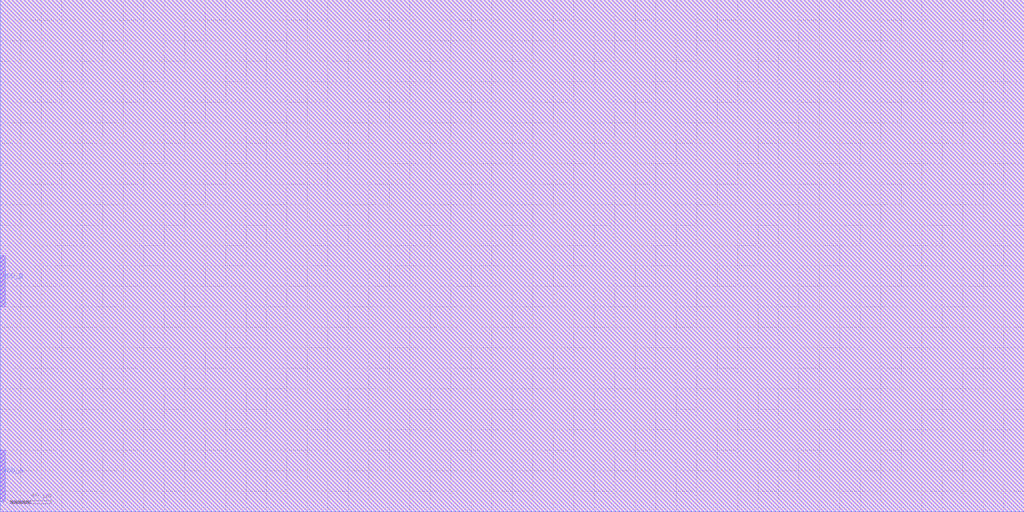
<source format=lef>
VERSION 5.5 ;
NAMESCASESENSITIVE ON ;
#BUSBITCHARS "d" ;
#DIVIDERCHAR "/" ;

SITE unit
  CLASS CORE ;
  SYMMETRY X Y ;
  SIZE 0.2 BY 1.8 ;
END unit


MACRO block1
  CLASS BLOCK ;
  ORIGIN 0 0 ;
  SIZE 1000 BY 500 ;
  SYMMETRY X Y R90 ;

  PIN VDD_A
    DIRECTION INOUT ;
    USE POWER ;
    PORT
    LAYER METAL2 ;
       RECT 0 10 5 60 ;
    LAYER METAL3 ;
       RECT 0 10 5 60 ;
    END 
  END VDD_A
  PIN VDD_B
    DIRECTION INOUT ;
    USE POWER ;
    PORT
    LAYER METAL2 ;
       RECT 0 200 5 250 ;
    LAYER METAL3 ;
       RECT 0 200 5 250 ;
    END
  END VDD_B

  OBS
    LAYER METAL1 ;
       RECT 0 0 1000 500 ;
    LAYER METAL2 ;
       RECT 0 0 1000 500 ;
    LAYER METAL3 ;
       RECT 0 0 1000 500 ;
  END
END block1
  
MACRO block2
  CLASS BLOCK ;
  ORIGIN 0 0 ;
  SIZE 700 BY 600 ;
  SYMMETRY X Y R90 ;

  PIN VDD_A
    DIRECTION INOUT ;
    USE POWER ;
    PORT
    LAYER METAL3 ;
       RECT 0 100 5 150 ;
    LAYER METAL4 ;
       RECT 0 100 5 150 ;
    END
  END VDD_A

  OBS
    LAYER METAL1 ;
       RECT 0 0 700 600 ;
    LAYER METAL2 ;
       RECT 0 0 700 600 ;
    LAYER METAL3 ;
       RECT 0 0 700 600 ;
    LAYER METAL4 ;
       RECT 0 0 700 600 ;
  END
END block2

MACRO block3
  CLASS BLOCK ;
  ORIGIN 0 0 ;
  SIZE 500 BY 500 ;
  SYMMETRY X Y R90 ;

  PIN VDD_A
    DIRECTION INOUT ;
    USE POWER ;
    PORT
    LAYER METAL4 ;
       RECT 0 50 5 100 ;
    LAYER METAL5 ;
       RECT 0 50 5 100 ;
    END
  END VDD_A

  OBS
    LAYER METAL1 ;
       RECT 0 0 500 500 ;
    LAYER METAL2 ;
       RECT 0 0 500 500 ;
    LAYER METAL3 ;
       RECT 0 0 500 500 ;
    LAYER METAL4 ;
       RECT 0 0 500 500 ;
    LAYER METAL5 ;
       RECT 0 0 500 500 ;
  END
END block3

MACRO block4
  CLASS BLOCK ;
  ORIGIN 0 0 ;
  SIZE 200 BY 200 ;
  SYMMETRY X Y R90 ;

  PIN VDD_A
    DIRECTION INOUT ;
    USE POWER ;
    PORT
    LAYER METAL3 ;
       RECT 0 80 5 120 ;
    LAYER METAL4 ;
       RECT 0 80 5 120 ;
    END
  END VDD_A

  OBS
    LAYER METAL1 ;
       RECT 0 0 200 200 ;
    LAYER METAL2 ;
       RECT 0 0 200 200 ;
    LAYER METAL3 ;
       RECT 0 0 200 200 ;
    LAYER METAL4 ;
       RECT 0 0 200 200 ;
  END
END block4

MACRO block5
  CLASS BLOCK ;
  ORIGIN 0 0 ;
  SIZE 200 BY 1000 ;
  SYMMETRY X Y R90 ;

  PIN VDD_A
    DIRECTION INOUT ;
    USE POWER ;
    PORT
    LAYER METAL3 ;
       RECT 0 200 5 250 ;
    LAYER METAL4 ;
       RECT 0 200 5 250 ;
    END
  END VDD_A
  PIN VDD_B
    DIRECTION INOUT ;
    USE POWER ;
    PORT
    LAYER METAL3 ;
       RECT 0 400 5 450 ;
    LAYER METAL4 ;
       RECT 0 400 5 450 ;
    END
  END VDD_B

  OBS
    LAYER METAL1 ;
       RECT 0 0 200 1000 ;
    LAYER METAL2 ;
       RECT 0 0 200 1000 ;
    LAYER METAL3 ;
       RECT 0 0 200 1000 ;
    LAYER METAL4 ;
       RECT 0 0 200 1000 ;
  END
END block5

MACRO block6
  CLASS BLOCK ;
  ORIGIN 0 0 ;
  SIZE 300 BY 300 ;
  SYMMETRY X Y R90 ;

  PIN VDD_A
    DIRECTION INOUT ;
    USE POWER ;
    PORT
    LAYER METAL5 ;
       RECT 0 100 5 200 ;
    LAYER METAL6 ;
       RECT 0 100 5 200 ;
    END
  END VDD_A

  OBS
    LAYER METAL1 ;
       RECT 0 0 300 300 ;
    LAYER METAL2 ;
       RECT 0 0 300 300 ;
    LAYER METAL3 ;
       RECT 0 0 300 300 ;
    LAYER METAL4 ;
       RECT 0 0 300 300 ;
    LAYER METAL5 ;
       RECT 0 0 300 300 ;
    LAYER METAL6 ;
       RECT 0 0 300 300 ;
  END
END block6

MACRO block7
  CLASS BLOCK ;
  ORIGIN 0 0 ;
  SIZE 100 BY 200 ;
  SYMMETRY X Y R90 ;

  PIN VDD_A
    DIRECTION INOUT ;
    USE POWER ;
    PORT
    LAYER METAL5 ;
       RECT 0 50 5 70 ;
    LAYER METAL6 ;
       RECT 0 50 5 70 ;
    END
  END VDD_A

  OBS
    LAYER METAL1 ;
       RECT 0 0 100 200 ;
    LAYER METAL2 ;
       RECT 0 0 100 200 ;
    LAYER METAL3 ;
       RECT 0 0 100 200 ;
    LAYER METAL4 ;
       RECT 0 0 100 200 ;
    LAYER METAL5 ;
       RECT 0 0 100 200 ;
    LAYER METAL6 ;
       RECT 0 0 100 200 ;
  END
END block7

MACRO block8
  CLASS BLOCK ;
  ORIGIN 0 0 ;
  SIZE 50 BY 300 ;
  SYMMETRY X Y R90 ;

  PIN VDD_A
    DIRECTION INOUT ;
    USE POWER ;
    PORT
    LAYER METAL5 ;
       RECT 0 50 5 70 ;
    LAYER METAL6 ;
       RECT 0 50 5 70 ;
    END
  END VDD_A

  OBS
    LAYER METAL1 ;
       RECT 0 0 50 300 ;
    LAYER METAL2 ;
       RECT 0 0 50 300 ;
    LAYER METAL3 ;
       RECT 0 0 50 300 ;
    LAYER METAL4 ;
       RECT 0 0 50 300 ;
    LAYER METAL5 ;
       RECT 0 0 50 300 ;
    LAYER METAL6 ;
       RECT 0 0 50 300 ;
  END
END block8


MACRO block9
  CLASS BLOCK ;
  ORIGIN 0 0 ;
  SIZE 250 BY 700 ;
  SYMMETRY X Y R90 ;

  PIN VDD_A
    DIRECTION INOUT ;
    USE POWER ;
    PORT
    LAYER METAL5 ;
       RECT 0 150 5 180 ;
    LAYER METAL6 ;
       RECT 0 150 5 180 ;
    END
  END VDD_A
  PIN VDD_B
    DIRECTION INOUT ;
    USE POWER ;
    PORT
    LAYER METAL5 ;
       RECT 0 250 5 280 ;
    LAYER METAL6 ;
       RECT 0 250 5 280 ;
    END
  END VDD_B
  PIN VDD_C
    DIRECTION INOUT ;
    USE POWER ;
    PORT
    LAYER METAL5 ;
       RECT 0 350 5 380 ;
    LAYER METAL6 ;
       RECT 0 350 5 380 ;
    END
  END VDD_C
  PIN VDD_D
    DIRECTION INOUT ;
    USE POWER ;
    PORT
    LAYER METAL5 ;
       RECT 0 450 5 480 ;
    LAYER METAL6 ;
       RECT 0 450 5 480 ;
    END
  END VDD_D
  PIN VDD_E
    DIRECTION INOUT ;
    USE POWER ;
    PORT
    LAYER METAL5 ;
       RECT 0 550 5 580 ;
    LAYER METAL6 ;
       RECT 0 550 5 580 ;
    END
  END VDD_E

  OBS
    LAYER METAL1 ;
       RECT 0 0 250 700 ;
    LAYER METAL2 ; 
       RECT 0 0 250 700 ;
    LAYER METAL3 ; 
       RECT 0 0 250 700 ;
    LAYER METAL4 ;
       RECT 0 0 250 700 ;
    LAYER METAL5 ;
       RECT 0 0 250 700 ;
    LAYER METAL6 ;
       RECT 0 0 250 700 ;
  END  
END block9


END LIBRARY

</source>
